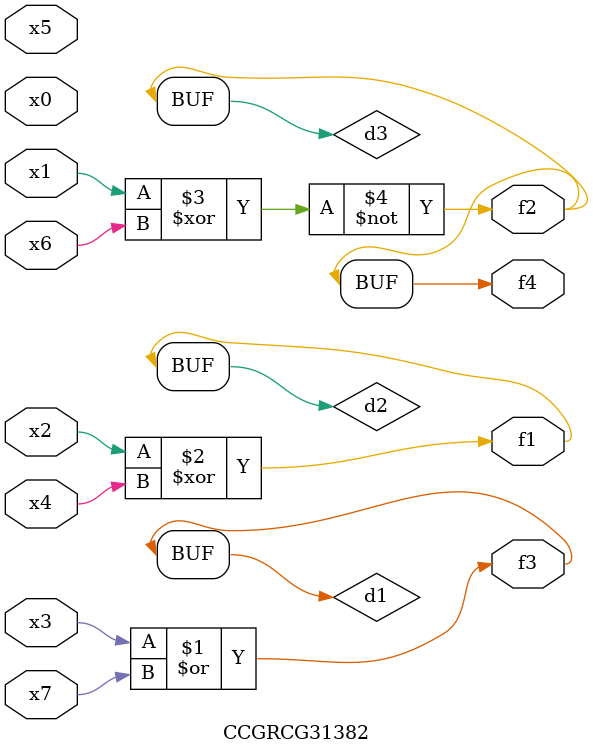
<source format=v>
module CCGRCG31382(
	input x0, x1, x2, x3, x4, x5, x6, x7,
	output f1, f2, f3, f4
);

	wire d1, d2, d3;

	or (d1, x3, x7);
	xor (d2, x2, x4);
	xnor (d3, x1, x6);
	assign f1 = d2;
	assign f2 = d3;
	assign f3 = d1;
	assign f4 = d3;
endmodule

</source>
